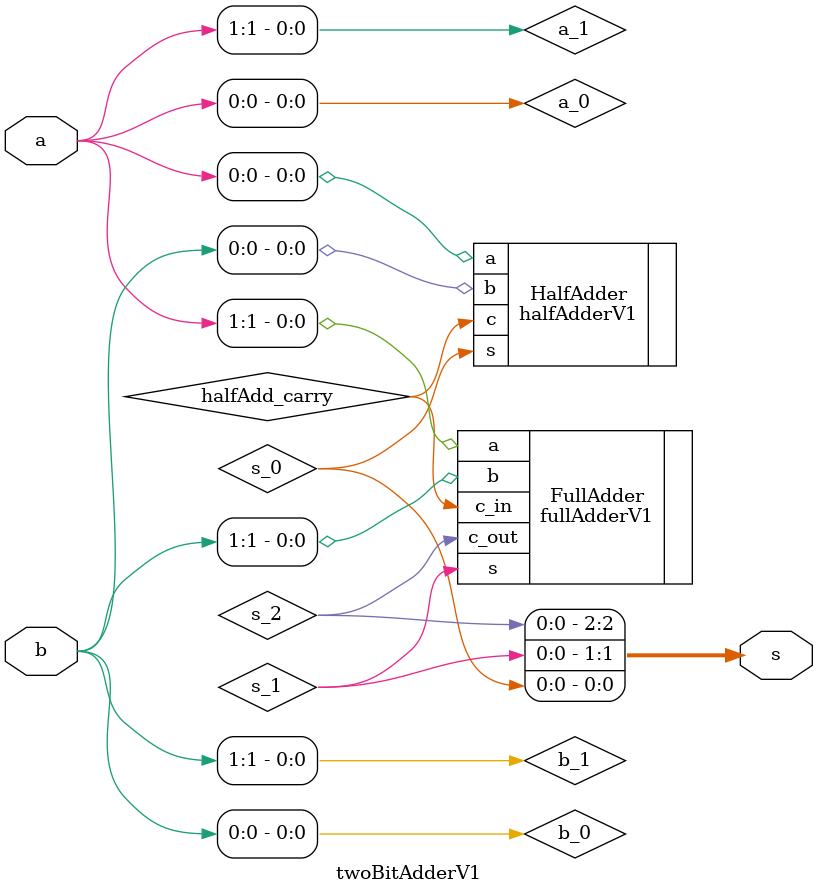
<source format=v>
/* Verilog for 2bitAdderV1
   Damon Rocha
   12June2024
   damrocha@uat.edu
*/

module twoBitAdderV1(
    //inputs 
    input [1:0] a,
    input [1:0] b,

    //outputs
    output [2:0] s
); //end of module definition and parameters

    //wire declaration
    wire a_0;
    wire b_0;
    wire a_1;
    wire b_1;

    wire s_0;
    wire s_1;
    wire s_2;
    
    wire halfAdd_carry; //carry wire from halfadder to full adder

    //asign wires
    assign a_0 = a[0];
    assign b_0 = b[0];
    assign a_1 = a[1];
    assign b_1 = b[1];
    
    //halfAdder instance 
    halfAdderV1 HalfAdder(.a(a_0), .b(b_0), .s(s_0), .c(halfAdd_carry));

    //fullAdder instance
    fullAdderV1 FullAdder(.a(a_1), .b(b_1), .c_in(halfAdd_carry), .s(s_1), .c_out(s_2));
    
    //assign output from half and full adder
    assign s[0] = s_0;
    assign s[1] = s_1;
    assign s[2] = s_2;
    
endmodule //end of module block

</source>
